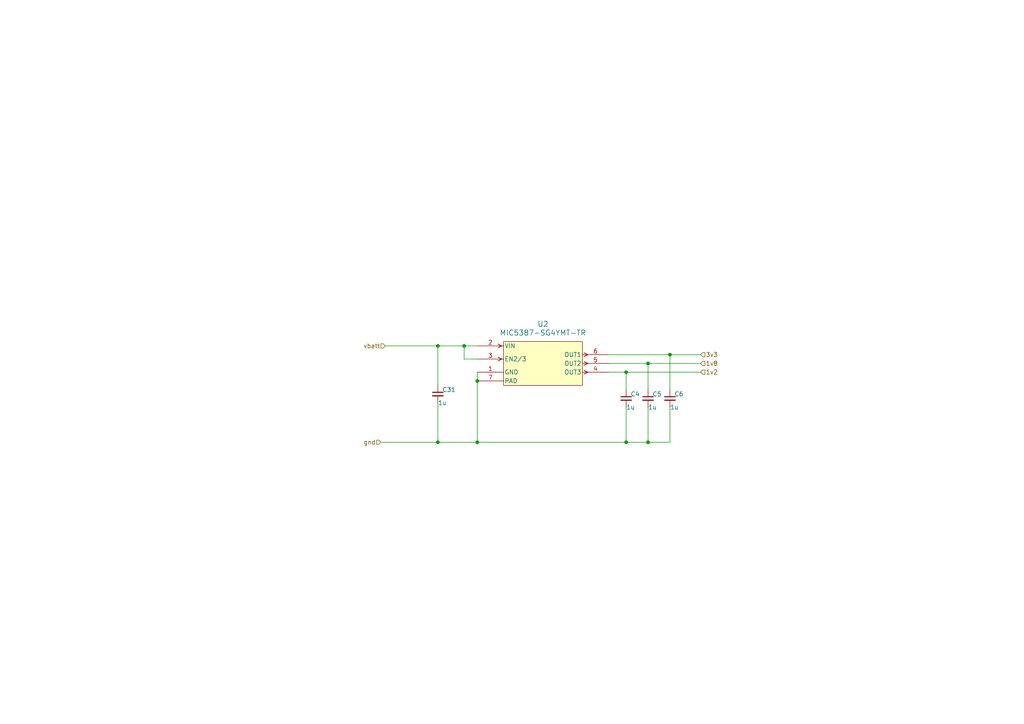
<source format=kicad_sch>
(kicad_sch
	(version 20231120)
	(generator "eeschema")
	(generator_version "8.0")
	(uuid "8f58cc9e-4244-476f-a43f-ec055cc3eced")
	(paper "A4")
	(lib_symbols
		(symbol "0_kicad_custom_symbols:MIC5387-SG4YMT-TR"
			(pin_names
				(offset 0.254)
			)
			(exclude_from_sim no)
			(in_bom yes)
			(on_board yes)
			(property "Reference" "U"
				(at -0.254 8.89 0)
				(effects
					(font
						(size 1.524 1.524)
					)
				)
			)
			(property "Value" "MIC5387-SG4YMT-TR"
				(at -0.254 6.35 0)
				(effects
					(font
						(size 1.524 1.524)
					)
				)
			)
			(property "Footprint" "MLF-6_MT_MCH"
				(at 0.254 -10.668 0)
				(effects
					(font
						(size 1.27 1.27)
						(italic yes)
					)
					(hide yes)
				)
			)
			(property "Datasheet" "MIC5387-SG4YMT-TR"
				(at -0.254 -8.89 0)
				(effects
					(font
						(size 1.27 1.27)
						(italic yes)
					)
					(hide yes)
				)
			)
			(property "Description" ""
				(at -19.05 2.54 0)
				(effects
					(font
						(size 1.27 1.27)
					)
					(hide yes)
				)
			)
			(property "ki_locked" ""
				(at 0 0 0)
				(effects
					(font
						(size 1.27 1.27)
					)
				)
			)
			(property "ki_keywords" "MIC5387-SG4YMT-TR"
				(at 0 0 0)
				(effects
					(font
						(size 1.27 1.27)
					)
					(hide yes)
				)
			)
			(property "ki_fp_filters" "MLF-6_MT_MCH MLF-6_MT_MCH-M MLF-6_MT_MCH-L"
				(at 0 0 0)
				(effects
					(font
						(size 1.27 1.27)
					)
					(hide yes)
				)
			)
			(symbol "MIC5387-SG4YMT-TR_0_1"
				(polyline
					(pts
						(xy -11.9507 0) (xy -12.9921 -0.5207)
					)
					(stroke
						(width 0.2032)
						(type default)
					)
					(fill
						(type none)
					)
				)
				(polyline
					(pts
						(xy -11.9507 0) (xy -12.9921 0.5207)
					)
					(stroke
						(width 0.2032)
						(type default)
					)
					(fill
						(type none)
					)
				)
				(polyline
					(pts
						(xy -11.9507 3.81) (xy -12.9921 3.2893)
					)
					(stroke
						(width 0.2032)
						(type default)
					)
					(fill
						(type none)
					)
				)
				(polyline
					(pts
						(xy -11.9507 3.81) (xy -12.9921 4.3307)
					)
					(stroke
						(width 0.2032)
						(type default)
					)
					(fill
						(type none)
					)
				)
				(polyline
					(pts
						(xy 11.9507 -4.3307) (xy 12.9921 -3.81)
					)
					(stroke
						(width 0.2032)
						(type default)
					)
					(fill
						(type none)
					)
				)
				(polyline
					(pts
						(xy 11.9507 -3.2893) (xy 12.9921 -3.81)
					)
					(stroke
						(width 0.2032)
						(type default)
					)
					(fill
						(type none)
					)
				)
				(polyline
					(pts
						(xy 11.9507 -1.7907) (xy 12.9921 -1.27)
					)
					(stroke
						(width 0.2032)
						(type default)
					)
					(fill
						(type none)
					)
				)
				(polyline
					(pts
						(xy 11.9507 -0.7493) (xy 12.9921 -1.27)
					)
					(stroke
						(width 0.2032)
						(type default)
					)
					(fill
						(type none)
					)
				)
				(polyline
					(pts
						(xy 11.9507 0.7493) (xy 12.9921 1.27)
					)
					(stroke
						(width 0.2032)
						(type default)
					)
					(fill
						(type none)
					)
				)
				(polyline
					(pts
						(xy 11.9507 1.7907) (xy 12.9921 1.27)
					)
					(stroke
						(width 0.2032)
						(type default)
					)
					(fill
						(type none)
					)
				)
				(pin power_in line
					(at -19.05 -3.81 0)
					(length 7.62)
					(name "GND"
						(effects
							(font
								(size 1.27 1.27)
							)
						)
					)
					(number "1"
						(effects
							(font
								(size 1.27 1.27)
							)
						)
					)
				)
				(pin input line
					(at -19.05 3.81 0)
					(length 7.62)
					(name "VIN"
						(effects
							(font
								(size 1.27 1.27)
							)
						)
					)
					(number "2"
						(effects
							(font
								(size 1.27 1.27)
							)
						)
					)
				)
				(pin input line
					(at -19.05 0 0)
					(length 7.62)
					(name "EN2/3"
						(effects
							(font
								(size 1.27 1.27)
							)
						)
					)
					(number "3"
						(effects
							(font
								(size 1.27 1.27)
							)
						)
					)
				)
				(pin output line
					(at 19.05 -3.81 180)
					(length 7.62)
					(name "OUT3"
						(effects
							(font
								(size 1.27 1.27)
							)
						)
					)
					(number "4"
						(effects
							(font
								(size 1.27 1.27)
							)
						)
					)
				)
				(pin output line
					(at 19.05 -1.27 180)
					(length 7.62)
					(name "OUT2"
						(effects
							(font
								(size 1.27 1.27)
							)
						)
					)
					(number "5"
						(effects
							(font
								(size 1.27 1.27)
							)
						)
					)
				)
				(pin output line
					(at 19.05 1.27 180)
					(length 7.62)
					(name "OUT1"
						(effects
							(font
								(size 1.27 1.27)
							)
						)
					)
					(number "6"
						(effects
							(font
								(size 1.27 1.27)
							)
						)
					)
				)
				(pin unspecified line
					(at -19.05 -6.35 0)
					(length 7.62)
					(name "PAD"
						(effects
							(font
								(size 1.27 1.27)
							)
						)
					)
					(number "7"
						(effects
							(font
								(size 1.27 1.27)
							)
						)
					)
				)
			)
			(symbol "MIC5387-SG4YMT-TR_1_1"
				(rectangle
					(start -11.43 5.08)
					(end 11.43 -7.62)
					(stroke
						(width 0)
						(type default)
					)
					(fill
						(type background)
					)
				)
			)
		)
		(symbol "Device:C_Small"
			(pin_numbers hide)
			(pin_names
				(offset 0.254) hide)
			(exclude_from_sim no)
			(in_bom yes)
			(on_board yes)
			(property "Reference" "C"
				(at 0.254 1.778 0)
				(effects
					(font
						(size 1.27 1.27)
					)
					(justify left)
				)
			)
			(property "Value" "C_Small"
				(at 0.254 -2.032 0)
				(effects
					(font
						(size 1.27 1.27)
					)
					(justify left)
				)
			)
			(property "Footprint" ""
				(at 0 0 0)
				(effects
					(font
						(size 1.27 1.27)
					)
					(hide yes)
				)
			)
			(property "Datasheet" "~"
				(at 0 0 0)
				(effects
					(font
						(size 1.27 1.27)
					)
					(hide yes)
				)
			)
			(property "Description" "Unpolarized capacitor, small symbol"
				(at 0 0 0)
				(effects
					(font
						(size 1.27 1.27)
					)
					(hide yes)
				)
			)
			(property "ki_keywords" "capacitor cap"
				(at 0 0 0)
				(effects
					(font
						(size 1.27 1.27)
					)
					(hide yes)
				)
			)
			(property "ki_fp_filters" "C_*"
				(at 0 0 0)
				(effects
					(font
						(size 1.27 1.27)
					)
					(hide yes)
				)
			)
			(symbol "C_Small_0_1"
				(polyline
					(pts
						(xy -1.524 -0.508) (xy 1.524 -0.508)
					)
					(stroke
						(width 0.3302)
						(type default)
					)
					(fill
						(type none)
					)
				)
				(polyline
					(pts
						(xy -1.524 0.508) (xy 1.524 0.508)
					)
					(stroke
						(width 0.3048)
						(type default)
					)
					(fill
						(type none)
					)
				)
			)
			(symbol "C_Small_1_1"
				(pin passive line
					(at 0 2.54 270)
					(length 2.032)
					(name "~"
						(effects
							(font
								(size 1.27 1.27)
							)
						)
					)
					(number "1"
						(effects
							(font
								(size 1.27 1.27)
							)
						)
					)
				)
				(pin passive line
					(at 0 -2.54 90)
					(length 2.032)
					(name "~"
						(effects
							(font
								(size 1.27 1.27)
							)
						)
					)
					(number "2"
						(effects
							(font
								(size 1.27 1.27)
							)
						)
					)
				)
			)
		)
	)
	(junction
		(at 127 128.27)
		(diameter 0)
		(color 0 0 0 0)
		(uuid "22be73ca-f70c-470e-9535-40b4f7917278")
	)
	(junction
		(at 187.96 128.27)
		(diameter 0)
		(color 0 0 0 0)
		(uuid "65dc7e8f-c510-44c8-b82e-e78612efc299")
	)
	(junction
		(at 181.61 107.95)
		(diameter 0)
		(color 0 0 0 0)
		(uuid "68512785-66e8-4f15-af57-c175b103afb7")
	)
	(junction
		(at 187.96 105.41)
		(diameter 0)
		(color 0 0 0 0)
		(uuid "6a967255-bfff-4a8a-9d69-b544e103e474")
	)
	(junction
		(at 138.43 110.49)
		(diameter 0)
		(color 0 0 0 0)
		(uuid "7a9244ee-8cad-4365-8eb9-63324bf74a6e")
	)
	(junction
		(at 194.31 102.87)
		(diameter 0)
		(color 0 0 0 0)
		(uuid "a243743b-5a65-44ad-bc2d-3dbee0118e06")
	)
	(junction
		(at 138.43 128.27)
		(diameter 0)
		(color 0 0 0 0)
		(uuid "af6747c4-5c55-415c-97ec-06333841bc6c")
	)
	(junction
		(at 127 100.33)
		(diameter 0)
		(color 0 0 0 0)
		(uuid "beb999e9-7c41-4394-908f-ffa317b3d9da")
	)
	(junction
		(at 181.61 128.27)
		(diameter 0)
		(color 0 0 0 0)
		(uuid "d52d33d9-6e25-4644-a737-ab62c09c9550")
	)
	(junction
		(at 134.62 100.33)
		(diameter 0)
		(color 0 0 0 0)
		(uuid "e543cde6-eeb5-406c-ac50-8a0215d27c12")
	)
	(wire
		(pts
			(xy 187.96 105.41) (xy 187.96 113.03)
		)
		(stroke
			(width 0)
			(type default)
		)
		(uuid "186a40bc-55a5-4493-a68c-ef50da703e85")
	)
	(wire
		(pts
			(xy 138.43 104.14) (xy 134.62 104.14)
		)
		(stroke
			(width 0)
			(type default)
		)
		(uuid "18e8e873-0949-46c0-b9c9-14796923195d")
	)
	(wire
		(pts
			(xy 138.43 128.27) (xy 181.61 128.27)
		)
		(stroke
			(width 0)
			(type default)
		)
		(uuid "282e82ad-e182-4aa6-a906-b83a77e15169")
	)
	(wire
		(pts
			(xy 181.61 113.03) (xy 181.61 107.95)
		)
		(stroke
			(width 0)
			(type default)
		)
		(uuid "2d76f458-f346-42b8-9142-16fb09aaec46")
	)
	(wire
		(pts
			(xy 181.61 118.11) (xy 181.61 128.27)
		)
		(stroke
			(width 0)
			(type default)
		)
		(uuid "2e20d86d-2823-4803-addc-07a51c785734")
	)
	(wire
		(pts
			(xy 138.43 107.95) (xy 138.43 110.49)
		)
		(stroke
			(width 0)
			(type default)
		)
		(uuid "33be5cb8-21ac-4055-bbf8-0d5ff9265d06")
	)
	(wire
		(pts
			(xy 194.31 128.27) (xy 194.31 118.11)
		)
		(stroke
			(width 0)
			(type default)
		)
		(uuid "355334a7-96fe-4cfa-87df-fc672da97d95")
	)
	(wire
		(pts
			(xy 138.43 110.49) (xy 138.43 128.27)
		)
		(stroke
			(width 0)
			(type default)
		)
		(uuid "383ce5ed-ddfb-4f8d-af47-013ef49562f0")
	)
	(wire
		(pts
			(xy 127 100.33) (xy 127 111.76)
		)
		(stroke
			(width 0)
			(type default)
		)
		(uuid "39e3d666-c3a6-469c-9eef-7b1e52c07679")
	)
	(wire
		(pts
			(xy 127 128.27) (xy 138.43 128.27)
		)
		(stroke
			(width 0)
			(type default)
		)
		(uuid "3b133da7-950d-4f21-968c-1377735a22d1")
	)
	(wire
		(pts
			(xy 176.53 105.41) (xy 187.96 105.41)
		)
		(stroke
			(width 0)
			(type default)
		)
		(uuid "58288999-e602-4054-bbe4-83d9ecc769e8")
	)
	(wire
		(pts
			(xy 110.49 128.27) (xy 127 128.27)
		)
		(stroke
			(width 0)
			(type default)
		)
		(uuid "5b948d3f-dc98-4534-a4ca-2cd6d7bbe884")
	)
	(wire
		(pts
			(xy 134.62 100.33) (xy 138.43 100.33)
		)
		(stroke
			(width 0)
			(type default)
		)
		(uuid "61625b0a-decd-4ad2-8895-f94045077233")
	)
	(wire
		(pts
			(xy 181.61 128.27) (xy 187.96 128.27)
		)
		(stroke
			(width 0)
			(type default)
		)
		(uuid "736af9d1-552f-4efd-bf22-2f6180a18523")
	)
	(wire
		(pts
			(xy 187.96 118.11) (xy 187.96 128.27)
		)
		(stroke
			(width 0)
			(type default)
		)
		(uuid "76b760ed-a7f8-4f23-b0d2-ec4f20a82a4d")
	)
	(wire
		(pts
			(xy 127 128.27) (xy 127 116.84)
		)
		(stroke
			(width 0)
			(type default)
		)
		(uuid "851c44a0-678a-4a16-ae59-65f9d57d1d47")
	)
	(wire
		(pts
			(xy 181.61 107.95) (xy 203.2 107.95)
		)
		(stroke
			(width 0)
			(type default)
		)
		(uuid "8bc6e470-aace-4ffd-855b-7aaec2104672")
	)
	(wire
		(pts
			(xy 187.96 128.27) (xy 194.31 128.27)
		)
		(stroke
			(width 0)
			(type default)
		)
		(uuid "92b2c805-90a4-4980-bba4-6d85081d426c")
	)
	(wire
		(pts
			(xy 127 100.33) (xy 134.62 100.33)
		)
		(stroke
			(width 0)
			(type default)
		)
		(uuid "98128fbb-2c9a-4a58-afe1-57a51e387a2b")
	)
	(wire
		(pts
			(xy 134.62 100.33) (xy 134.62 104.14)
		)
		(stroke
			(width 0)
			(type default)
		)
		(uuid "a4a81700-36fd-4ad8-997f-2e94769b7f81")
	)
	(wire
		(pts
			(xy 194.31 102.87) (xy 203.2 102.87)
		)
		(stroke
			(width 0)
			(type default)
		)
		(uuid "caa8c81f-211f-4d38-b849-4070432140fc")
	)
	(wire
		(pts
			(xy 194.31 102.87) (xy 176.53 102.87)
		)
		(stroke
			(width 0)
			(type default)
		)
		(uuid "d16c4452-2309-4fc5-a5ac-0666ec2a2896")
	)
	(wire
		(pts
			(xy 111.76 100.33) (xy 127 100.33)
		)
		(stroke
			(width 0)
			(type default)
		)
		(uuid "d4288c20-afb8-466c-92a8-c4fe87bb9518")
	)
	(wire
		(pts
			(xy 187.96 105.41) (xy 203.2 105.41)
		)
		(stroke
			(width 0)
			(type default)
		)
		(uuid "d884fe46-5b8c-449a-8346-709b05a944f0")
	)
	(wire
		(pts
			(xy 181.61 107.95) (xy 176.53 107.95)
		)
		(stroke
			(width 0)
			(type default)
		)
		(uuid "eed93048-5bbb-4150-bd70-f7b89442b080")
	)
	(wire
		(pts
			(xy 194.31 113.03) (xy 194.31 102.87)
		)
		(stroke
			(width 0)
			(type default)
		)
		(uuid "fcebc353-3472-4f5e-bcfa-9418beb21683")
	)
	(hierarchical_label "gnd"
		(shape input)
		(at 110.49 128.27 180)
		(fields_autoplaced yes)
		(effects
			(font
				(size 1.27 1.27)
			)
			(justify right)
		)
		(uuid "43d87278-475a-4258-8ee3-d5a1c4623c3f")
	)
	(hierarchical_label "1v2"
		(shape input)
		(at 203.2 107.95 0)
		(fields_autoplaced yes)
		(effects
			(font
				(size 1.27 1.27)
			)
			(justify left)
		)
		(uuid "5369fcae-5439-433a-ba67-603cac830a41")
	)
	(hierarchical_label "3v3"
		(shape input)
		(at 203.2 102.87 0)
		(fields_autoplaced yes)
		(effects
			(font
				(size 1.27 1.27)
			)
			(justify left)
		)
		(uuid "8dff4221-6bee-43c9-bd3d-4a81a330d6be")
	)
	(hierarchical_label "vbatt"
		(shape input)
		(at 111.76 100.33 180)
		(fields_autoplaced yes)
		(effects
			(font
				(size 1.27 1.27)
			)
			(justify right)
		)
		(uuid "e9436b74-e0b6-49ec-a8da-2bff5bc51902")
	)
	(hierarchical_label "1v8"
		(shape input)
		(at 203.2 105.41 0)
		(fields_autoplaced yes)
		(effects
			(font
				(size 1.27 1.27)
			)
			(justify left)
		)
		(uuid "ee010711-c08e-49c8-accb-63566274c403")
	)
	(symbol
		(lib_id "Device:C_Small")
		(at 181.61 115.57 0)
		(unit 1)
		(exclude_from_sim no)
		(in_bom yes)
		(on_board yes)
		(dnp no)
		(uuid "3258533c-b5f7-46b3-918f-7fced1588dcd")
		(property "Reference" "C4"
			(at 182.88 114.3 0)
			(effects
				(font
					(size 1.27 1.27)
				)
				(justify left)
			)
		)
		(property "Value" "1u"
			(at 181.61 118.11 0)
			(effects
				(font
					(size 1.27 1.27)
				)
				(justify left)
			)
		)
		(property "Footprint" "Capacitor_SMD:C_0402_1005Metric"
			(at 181.61 115.57 0)
			(effects
				(font
					(size 1.27 1.27)
				)
				(hide yes)
			)
		)
		(property "Datasheet" "~"
			(at 181.61 115.57 0)
			(effects
				(font
					(size 1.27 1.27)
				)
				(hide yes)
			)
		)
		(property "Description" ""
			(at 181.61 115.57 0)
			(effects
				(font
					(size 1.27 1.27)
				)
				(hide yes)
			)
		)
		(pin "1"
			(uuid "3832f629-1c48-4f82-b156-8b85a71eb5e1")
		)
		(pin "2"
			(uuid "6937b1e8-28a0-4f66-a5cf-0d2c17b1bac4")
		)
		(instances
			(project "controller test board"
				(path "/e63e39d7-6ac0-4ffd-8aa3-1841a4541b55/9a37c81a-183c-40e4-8d8a-3f31293a1232"
					(reference "C4")
					(unit 1)
				)
			)
		)
	)
	(symbol
		(lib_id "Device:C_Small")
		(at 187.96 115.57 0)
		(unit 1)
		(exclude_from_sim no)
		(in_bom yes)
		(on_board yes)
		(dnp no)
		(uuid "598b0e86-140a-4ccc-b810-c2ebc08e9b65")
		(property "Reference" "C5"
			(at 189.23 114.3 0)
			(effects
				(font
					(size 1.27 1.27)
				)
				(justify left)
			)
		)
		(property "Value" "1u"
			(at 187.96 118.11 0)
			(effects
				(font
					(size 1.27 1.27)
				)
				(justify left)
			)
		)
		(property "Footprint" "Capacitor_SMD:C_0402_1005Metric"
			(at 187.96 115.57 0)
			(effects
				(font
					(size 1.27 1.27)
				)
				(hide yes)
			)
		)
		(property "Datasheet" "~"
			(at 187.96 115.57 0)
			(effects
				(font
					(size 1.27 1.27)
				)
				(hide yes)
			)
		)
		(property "Description" ""
			(at 187.96 115.57 0)
			(effects
				(font
					(size 1.27 1.27)
				)
				(hide yes)
			)
		)
		(pin "1"
			(uuid "82d33452-5c9c-4adb-9f27-69a6a73eb81d")
		)
		(pin "2"
			(uuid "9624e6dd-3b2a-486a-a775-2a49597ebae5")
		)
		(instances
			(project "controller test board"
				(path "/e63e39d7-6ac0-4ffd-8aa3-1841a4541b55/9a37c81a-183c-40e4-8d8a-3f31293a1232"
					(reference "C5")
					(unit 1)
				)
			)
		)
	)
	(symbol
		(lib_id "Device:C_Small")
		(at 194.31 115.57 0)
		(unit 1)
		(exclude_from_sim no)
		(in_bom yes)
		(on_board yes)
		(dnp no)
		(uuid "baa1ff8a-d769-4ab2-a614-b0642273cda1")
		(property "Reference" "C6"
			(at 195.58 114.3 0)
			(effects
				(font
					(size 1.27 1.27)
				)
				(justify left)
			)
		)
		(property "Value" "1u"
			(at 194.31 118.11 0)
			(effects
				(font
					(size 1.27 1.27)
				)
				(justify left)
			)
		)
		(property "Footprint" "Capacitor_SMD:C_0402_1005Metric"
			(at 194.31 115.57 0)
			(effects
				(font
					(size 1.27 1.27)
				)
				(hide yes)
			)
		)
		(property "Datasheet" "~"
			(at 194.31 115.57 0)
			(effects
				(font
					(size 1.27 1.27)
				)
				(hide yes)
			)
		)
		(property "Description" ""
			(at 194.31 115.57 0)
			(effects
				(font
					(size 1.27 1.27)
				)
				(hide yes)
			)
		)
		(pin "1"
			(uuid "6a90aa03-6382-4038-8147-f99234eec760")
		)
		(pin "2"
			(uuid "bb5a4156-b616-4f08-a5e6-4a5e8b91aaf7")
		)
		(instances
			(project "controller test board"
				(path "/e63e39d7-6ac0-4ffd-8aa3-1841a4541b55/9a37c81a-183c-40e4-8d8a-3f31293a1232"
					(reference "C6")
					(unit 1)
				)
			)
		)
	)
	(symbol
		(lib_id "Device:C_Small")
		(at 127 114.3 0)
		(unit 1)
		(exclude_from_sim no)
		(in_bom yes)
		(on_board yes)
		(dnp no)
		(uuid "dc8116ce-6921-4b9b-9e12-c31293bbf244")
		(property "Reference" "C31"
			(at 128.27 113.03 0)
			(effects
				(font
					(size 1.27 1.27)
				)
				(justify left)
			)
		)
		(property "Value" "1u"
			(at 127 116.84 0)
			(effects
				(font
					(size 1.27 1.27)
				)
				(justify left)
			)
		)
		(property "Footprint" "Capacitor_SMD:C_0402_1005Metric"
			(at 127 114.3 0)
			(effects
				(font
					(size 1.27 1.27)
				)
				(hide yes)
			)
		)
		(property "Datasheet" "~"
			(at 127 114.3 0)
			(effects
				(font
					(size 1.27 1.27)
				)
				(hide yes)
			)
		)
		(property "Description" ""
			(at 127 114.3 0)
			(effects
				(font
					(size 1.27 1.27)
				)
				(hide yes)
			)
		)
		(pin "1"
			(uuid "378a93fc-0d77-4c8d-9e01-735b07cfbbca")
		)
		(pin "2"
			(uuid "d42df398-8bc1-4bce-a1b7-434fd8cc2ca2")
		)
		(instances
			(project "controller test board"
				(path "/e63e39d7-6ac0-4ffd-8aa3-1841a4541b55/9a37c81a-183c-40e4-8d8a-3f31293a1232"
					(reference "C31")
					(unit 1)
				)
			)
		)
	)
	(symbol
		(lib_id "0_kicad_custom_symbols:MIC5387-SG4YMT-TR")
		(at 157.48 104.14 0)
		(unit 1)
		(exclude_from_sim no)
		(in_bom yes)
		(on_board yes)
		(dnp no)
		(fields_autoplaced yes)
		(uuid "fbf34273-cff9-4d11-9688-47fab59086a0")
		(property "Reference" "U2"
			(at 157.48 93.98 0)
			(effects
				(font
					(size 1.524 1.524)
				)
			)
		)
		(property "Value" "MIC5387-SG4YMT-TR"
			(at 157.48 96.52 0)
			(effects
				(font
					(size 1.524 1.524)
				)
			)
		)
		(property "Footprint" "0_kicad_custom_footprints:MLF-6_MT_MCH"
			(at 157.734 114.808 0)
			(effects
				(font
					(size 1.27 1.27)
					(italic yes)
				)
				(hide yes)
			)
		)
		(property "Datasheet" "MIC5387-SG4YMT-TR"
			(at 157.226 113.03 0)
			(effects
				(font
					(size 1.27 1.27)
					(italic yes)
				)
				(hide yes)
			)
		)
		(property "Description" ""
			(at 138.43 101.6 0)
			(effects
				(font
					(size 1.27 1.27)
				)
				(hide yes)
			)
		)
		(pin "4"
			(uuid "6e536ec6-6bb8-439b-b23e-15e11198e786")
		)
		(pin "2"
			(uuid "59dc1f6c-df5a-4e46-b330-61b97629e934")
		)
		(pin "6"
			(uuid "38dea678-2c3d-4f59-993e-7cea34f7c418")
		)
		(pin "3"
			(uuid "140ada15-3d46-4db6-b58c-1b9988d1210b")
		)
		(pin "1"
			(uuid "ebcd441a-d173-4767-93cc-dbb5a322fe4c")
		)
		(pin "7"
			(uuid "1df50388-8d70-4c5c-8fd7-507fab8e1690")
		)
		(pin "5"
			(uuid "e163f11c-4f0e-40b7-81fd-f938cf58b1b5")
		)
		(instances
			(project "controller test board"
				(path "/e63e39d7-6ac0-4ffd-8aa3-1841a4541b55/9a37c81a-183c-40e4-8d8a-3f31293a1232"
					(reference "U2")
					(unit 1)
				)
			)
		)
	)
)

</source>
